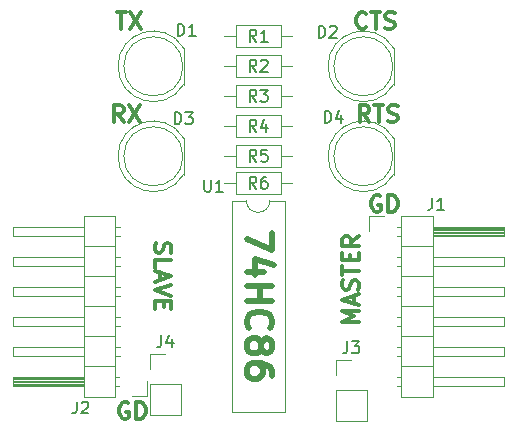
<source format=gbr>
%TF.GenerationSoftware,KiCad,Pcbnew,8.0.4*%
%TF.CreationDate,2024-09-17T13:39:00-04:00*%
%TF.ProjectId,FTDI_Monitor,46544449-5f4d-46f6-9e69-746f722e6b69,2*%
%TF.SameCoordinates,Original*%
%TF.FileFunction,Legend,Top*%
%TF.FilePolarity,Positive*%
%FSLAX46Y46*%
G04 Gerber Fmt 4.6, Leading zero omitted, Abs format (unit mm)*
G04 Created by KiCad (PCBNEW 8.0.4) date 2024-09-17 13:39:00*
%MOMM*%
%LPD*%
G01*
G04 APERTURE LIST*
%ADD10C,0.304800*%
%ADD11C,0.539750*%
%ADD12C,0.150000*%
%ADD13C,0.120000*%
G04 APERTURE END LIST*
D10*
X64791166Y-32634428D02*
X64325500Y-31969190D01*
X63992881Y-32634428D02*
X63992881Y-31237428D01*
X63992881Y-31237428D02*
X64525071Y-31237428D01*
X64525071Y-31237428D02*
X64658119Y-31303952D01*
X64658119Y-31303952D02*
X64724642Y-31370476D01*
X64724642Y-31370476D02*
X64791166Y-31503524D01*
X64791166Y-31503524D02*
X64791166Y-31703095D01*
X64791166Y-31703095D02*
X64724642Y-31836143D01*
X64724642Y-31836143D02*
X64658119Y-31902666D01*
X64658119Y-31902666D02*
X64525071Y-31969190D01*
X64525071Y-31969190D02*
X63992881Y-31969190D01*
X65256833Y-31237428D02*
X66188166Y-32634428D01*
X66188166Y-31237428D02*
X65256833Y-32634428D01*
X85340976Y-24627381D02*
X85274452Y-24693905D01*
X85274452Y-24693905D02*
X85074881Y-24760428D01*
X85074881Y-24760428D02*
X84941833Y-24760428D01*
X84941833Y-24760428D02*
X84742262Y-24693905D01*
X84742262Y-24693905D02*
X84609214Y-24560857D01*
X84609214Y-24560857D02*
X84542691Y-24427809D01*
X84542691Y-24427809D02*
X84476167Y-24161714D01*
X84476167Y-24161714D02*
X84476167Y-23962143D01*
X84476167Y-23962143D02*
X84542691Y-23696047D01*
X84542691Y-23696047D02*
X84609214Y-23563000D01*
X84609214Y-23563000D02*
X84742262Y-23429952D01*
X84742262Y-23429952D02*
X84941833Y-23363428D01*
X84941833Y-23363428D02*
X85074881Y-23363428D01*
X85074881Y-23363428D02*
X85274452Y-23429952D01*
X85274452Y-23429952D02*
X85340976Y-23496476D01*
X85740119Y-23363428D02*
X86538405Y-23363428D01*
X86139262Y-24760428D02*
X86139262Y-23363428D01*
X86937548Y-24693905D02*
X87137119Y-24760428D01*
X87137119Y-24760428D02*
X87469738Y-24760428D01*
X87469738Y-24760428D02*
X87602786Y-24693905D01*
X87602786Y-24693905D02*
X87669310Y-24627381D01*
X87669310Y-24627381D02*
X87735833Y-24494333D01*
X87735833Y-24494333D02*
X87735833Y-24361285D01*
X87735833Y-24361285D02*
X87669310Y-24228238D01*
X87669310Y-24228238D02*
X87602786Y-24161714D01*
X87602786Y-24161714D02*
X87469738Y-24095190D01*
X87469738Y-24095190D02*
X87203643Y-24028666D01*
X87203643Y-24028666D02*
X87070595Y-23962143D01*
X87070595Y-23962143D02*
X87004072Y-23895619D01*
X87004072Y-23895619D02*
X86937548Y-23762571D01*
X86937548Y-23762571D02*
X86937548Y-23629524D01*
X86937548Y-23629524D02*
X87004072Y-23496476D01*
X87004072Y-23496476D02*
X87070595Y-23429952D01*
X87070595Y-23429952D02*
X87203643Y-23363428D01*
X87203643Y-23363428D02*
X87536262Y-23363428D01*
X87536262Y-23363428D02*
X87735833Y-23429952D01*
X86535380Y-38923952D02*
X86402333Y-38857428D01*
X86402333Y-38857428D02*
X86202761Y-38857428D01*
X86202761Y-38857428D02*
X86003190Y-38923952D01*
X86003190Y-38923952D02*
X85870142Y-39057000D01*
X85870142Y-39057000D02*
X85803619Y-39190047D01*
X85803619Y-39190047D02*
X85737095Y-39456143D01*
X85737095Y-39456143D02*
X85737095Y-39655714D01*
X85737095Y-39655714D02*
X85803619Y-39921809D01*
X85803619Y-39921809D02*
X85870142Y-40054857D01*
X85870142Y-40054857D02*
X86003190Y-40187905D01*
X86003190Y-40187905D02*
X86202761Y-40254428D01*
X86202761Y-40254428D02*
X86335809Y-40254428D01*
X86335809Y-40254428D02*
X86535380Y-40187905D01*
X86535380Y-40187905D02*
X86601904Y-40121381D01*
X86601904Y-40121381D02*
X86601904Y-39655714D01*
X86601904Y-39655714D02*
X86335809Y-39655714D01*
X87200619Y-40254428D02*
X87200619Y-38857428D01*
X87200619Y-38857428D02*
X87533238Y-38857428D01*
X87533238Y-38857428D02*
X87732809Y-38923952D01*
X87732809Y-38923952D02*
X87865857Y-39057000D01*
X87865857Y-39057000D02*
X87932380Y-39190047D01*
X87932380Y-39190047D02*
X87998904Y-39456143D01*
X87998904Y-39456143D02*
X87998904Y-39655714D01*
X87998904Y-39655714D02*
X87932380Y-39921809D01*
X87932380Y-39921809D02*
X87865857Y-40054857D01*
X87865857Y-40054857D02*
X87732809Y-40187905D01*
X87732809Y-40187905D02*
X87533238Y-40254428D01*
X87533238Y-40254428D02*
X87200619Y-40254428D01*
X64213619Y-23363428D02*
X65011905Y-23363428D01*
X64612762Y-24760428D02*
X64612762Y-23363428D01*
X65344524Y-23363428D02*
X66275857Y-24760428D01*
X66275857Y-23363428D02*
X65344524Y-24760428D01*
X85594976Y-32634428D02*
X85129310Y-31969190D01*
X84796691Y-32634428D02*
X84796691Y-31237428D01*
X84796691Y-31237428D02*
X85328881Y-31237428D01*
X85328881Y-31237428D02*
X85461929Y-31303952D01*
X85461929Y-31303952D02*
X85528452Y-31370476D01*
X85528452Y-31370476D02*
X85594976Y-31503524D01*
X85594976Y-31503524D02*
X85594976Y-31703095D01*
X85594976Y-31703095D02*
X85528452Y-31836143D01*
X85528452Y-31836143D02*
X85461929Y-31902666D01*
X85461929Y-31902666D02*
X85328881Y-31969190D01*
X85328881Y-31969190D02*
X84796691Y-31969190D01*
X85994119Y-31237428D02*
X86792405Y-31237428D01*
X86393262Y-32634428D02*
X86393262Y-31237428D01*
X87191548Y-32567905D02*
X87391119Y-32634428D01*
X87391119Y-32634428D02*
X87723738Y-32634428D01*
X87723738Y-32634428D02*
X87856786Y-32567905D01*
X87856786Y-32567905D02*
X87923310Y-32501381D01*
X87923310Y-32501381D02*
X87989833Y-32368333D01*
X87989833Y-32368333D02*
X87989833Y-32235285D01*
X87989833Y-32235285D02*
X87923310Y-32102238D01*
X87923310Y-32102238D02*
X87856786Y-32035714D01*
X87856786Y-32035714D02*
X87723738Y-31969190D01*
X87723738Y-31969190D02*
X87457643Y-31902666D01*
X87457643Y-31902666D02*
X87324595Y-31836143D01*
X87324595Y-31836143D02*
X87258072Y-31769619D01*
X87258072Y-31769619D02*
X87191548Y-31636571D01*
X87191548Y-31636571D02*
X87191548Y-31503524D01*
X87191548Y-31503524D02*
X87258072Y-31370476D01*
X87258072Y-31370476D02*
X87324595Y-31303952D01*
X87324595Y-31303952D02*
X87457643Y-31237428D01*
X87457643Y-31237428D02*
X87790262Y-31237428D01*
X87790262Y-31237428D02*
X87989833Y-31303952D01*
D11*
X77388272Y-42033371D02*
X77388272Y-43523504D01*
X77388272Y-43523504D02*
X75229272Y-42565561D01*
X76668605Y-45332952D02*
X75229272Y-45332952D01*
X77491082Y-44800761D02*
X75948939Y-44268571D01*
X75948939Y-44268571D02*
X75948939Y-45652266D01*
X75229272Y-46503771D02*
X77388272Y-46503771D01*
X76360177Y-46503771D02*
X76360177Y-47781028D01*
X75229272Y-47781028D02*
X77388272Y-47781028D01*
X75434891Y-50122666D02*
X75332082Y-50016228D01*
X75332082Y-50016228D02*
X75229272Y-49696914D01*
X75229272Y-49696914D02*
X75229272Y-49484038D01*
X75229272Y-49484038D02*
X75332082Y-49164723D01*
X75332082Y-49164723D02*
X75537701Y-48951847D01*
X75537701Y-48951847D02*
X75743320Y-48845409D01*
X75743320Y-48845409D02*
X76154558Y-48738971D01*
X76154558Y-48738971D02*
X76462986Y-48738971D01*
X76462986Y-48738971D02*
X76874224Y-48845409D01*
X76874224Y-48845409D02*
X77079843Y-48951847D01*
X77079843Y-48951847D02*
X77285462Y-49164723D01*
X77285462Y-49164723D02*
X77388272Y-49484038D01*
X77388272Y-49484038D02*
X77388272Y-49696914D01*
X77388272Y-49696914D02*
X77285462Y-50016228D01*
X77285462Y-50016228D02*
X77182653Y-50122666D01*
X76462986Y-51399923D02*
X76565796Y-51187047D01*
X76565796Y-51187047D02*
X76668605Y-51080609D01*
X76668605Y-51080609D02*
X76874224Y-50974171D01*
X76874224Y-50974171D02*
X76977034Y-50974171D01*
X76977034Y-50974171D02*
X77182653Y-51080609D01*
X77182653Y-51080609D02*
X77285462Y-51187047D01*
X77285462Y-51187047D02*
X77388272Y-51399923D01*
X77388272Y-51399923D02*
X77388272Y-51825676D01*
X77388272Y-51825676D02*
X77285462Y-52038552D01*
X77285462Y-52038552D02*
X77182653Y-52144990D01*
X77182653Y-52144990D02*
X76977034Y-52251428D01*
X76977034Y-52251428D02*
X76874224Y-52251428D01*
X76874224Y-52251428D02*
X76668605Y-52144990D01*
X76668605Y-52144990D02*
X76565796Y-52038552D01*
X76565796Y-52038552D02*
X76462986Y-51825676D01*
X76462986Y-51825676D02*
X76462986Y-51399923D01*
X76462986Y-51399923D02*
X76360177Y-51187047D01*
X76360177Y-51187047D02*
X76257367Y-51080609D01*
X76257367Y-51080609D02*
X76051748Y-50974171D01*
X76051748Y-50974171D02*
X75640510Y-50974171D01*
X75640510Y-50974171D02*
X75434891Y-51080609D01*
X75434891Y-51080609D02*
X75332082Y-51187047D01*
X75332082Y-51187047D02*
X75229272Y-51399923D01*
X75229272Y-51399923D02*
X75229272Y-51825676D01*
X75229272Y-51825676D02*
X75332082Y-52038552D01*
X75332082Y-52038552D02*
X75434891Y-52144990D01*
X75434891Y-52144990D02*
X75640510Y-52251428D01*
X75640510Y-52251428D02*
X76051748Y-52251428D01*
X76051748Y-52251428D02*
X76257367Y-52144990D01*
X76257367Y-52144990D02*
X76360177Y-52038552D01*
X76360177Y-52038552D02*
X76462986Y-51825676D01*
X77388272Y-54167314D02*
X77388272Y-53741561D01*
X77388272Y-53741561D02*
X77285462Y-53528685D01*
X77285462Y-53528685D02*
X77182653Y-53422247D01*
X77182653Y-53422247D02*
X76874224Y-53209371D01*
X76874224Y-53209371D02*
X76462986Y-53102933D01*
X76462986Y-53102933D02*
X75640510Y-53102933D01*
X75640510Y-53102933D02*
X75434891Y-53209371D01*
X75434891Y-53209371D02*
X75332082Y-53315809D01*
X75332082Y-53315809D02*
X75229272Y-53528685D01*
X75229272Y-53528685D02*
X75229272Y-53954438D01*
X75229272Y-53954438D02*
X75332082Y-54167314D01*
X75332082Y-54167314D02*
X75434891Y-54273752D01*
X75434891Y-54273752D02*
X75640510Y-54380190D01*
X75640510Y-54380190D02*
X76154558Y-54380190D01*
X76154558Y-54380190D02*
X76360177Y-54273752D01*
X76360177Y-54273752D02*
X76462986Y-54167314D01*
X76462986Y-54167314D02*
X76565796Y-53954438D01*
X76565796Y-53954438D02*
X76565796Y-53528685D01*
X76565796Y-53528685D02*
X76462986Y-53315809D01*
X76462986Y-53315809D02*
X76360177Y-53209371D01*
X76360177Y-53209371D02*
X76154558Y-53102933D01*
D10*
X84704428Y-49566284D02*
X83307428Y-49566284D01*
X83307428Y-49566284D02*
X84305285Y-49100618D01*
X84305285Y-49100618D02*
X83307428Y-48634951D01*
X83307428Y-48634951D02*
X84704428Y-48634951D01*
X84305285Y-48036237D02*
X84305285Y-47370999D01*
X84704428Y-48169285D02*
X83307428Y-47703618D01*
X83307428Y-47703618D02*
X84704428Y-47237952D01*
X84637905Y-46838808D02*
X84704428Y-46639237D01*
X84704428Y-46639237D02*
X84704428Y-46306618D01*
X84704428Y-46306618D02*
X84637905Y-46173570D01*
X84637905Y-46173570D02*
X84571381Y-46107046D01*
X84571381Y-46107046D02*
X84438333Y-46040523D01*
X84438333Y-46040523D02*
X84305285Y-46040523D01*
X84305285Y-46040523D02*
X84172238Y-46107046D01*
X84172238Y-46107046D02*
X84105714Y-46173570D01*
X84105714Y-46173570D02*
X84039190Y-46306618D01*
X84039190Y-46306618D02*
X83972666Y-46572713D01*
X83972666Y-46572713D02*
X83906143Y-46705761D01*
X83906143Y-46705761D02*
X83839619Y-46772284D01*
X83839619Y-46772284D02*
X83706571Y-46838808D01*
X83706571Y-46838808D02*
X83573524Y-46838808D01*
X83573524Y-46838808D02*
X83440476Y-46772284D01*
X83440476Y-46772284D02*
X83373952Y-46705761D01*
X83373952Y-46705761D02*
X83307428Y-46572713D01*
X83307428Y-46572713D02*
X83307428Y-46240094D01*
X83307428Y-46240094D02*
X83373952Y-46040523D01*
X83307428Y-45641380D02*
X83307428Y-44843094D01*
X84704428Y-45242237D02*
X83307428Y-45242237D01*
X83972666Y-44377427D02*
X83972666Y-43911761D01*
X84704428Y-43712189D02*
X84704428Y-44377427D01*
X84704428Y-44377427D02*
X83307428Y-44377427D01*
X83307428Y-44377427D02*
X83307428Y-43712189D01*
X84704428Y-42315190D02*
X84039190Y-42780856D01*
X84704428Y-43113475D02*
X83307428Y-43113475D01*
X83307428Y-43113475D02*
X83307428Y-42581285D01*
X83307428Y-42581285D02*
X83373952Y-42448237D01*
X83373952Y-42448237D02*
X83440476Y-42381714D01*
X83440476Y-42381714D02*
X83573524Y-42315190D01*
X83573524Y-42315190D02*
X83773095Y-42315190D01*
X83773095Y-42315190D02*
X83906143Y-42381714D01*
X83906143Y-42381714D02*
X83972666Y-42448237D01*
X83972666Y-42448237D02*
X84039190Y-42581285D01*
X84039190Y-42581285D02*
X84039190Y-43113475D01*
X65199380Y-56449952D02*
X65066333Y-56383428D01*
X65066333Y-56383428D02*
X64866761Y-56383428D01*
X64866761Y-56383428D02*
X64667190Y-56449952D01*
X64667190Y-56449952D02*
X64534142Y-56583000D01*
X64534142Y-56583000D02*
X64467619Y-56716047D01*
X64467619Y-56716047D02*
X64401095Y-56982143D01*
X64401095Y-56982143D02*
X64401095Y-57181714D01*
X64401095Y-57181714D02*
X64467619Y-57447809D01*
X64467619Y-57447809D02*
X64534142Y-57580857D01*
X64534142Y-57580857D02*
X64667190Y-57713905D01*
X64667190Y-57713905D02*
X64866761Y-57780428D01*
X64866761Y-57780428D02*
X64999809Y-57780428D01*
X64999809Y-57780428D02*
X65199380Y-57713905D01*
X65199380Y-57713905D02*
X65265904Y-57647381D01*
X65265904Y-57647381D02*
X65265904Y-57181714D01*
X65265904Y-57181714D02*
X64999809Y-57181714D01*
X65864619Y-57780428D02*
X65864619Y-56383428D01*
X65864619Y-56383428D02*
X66197238Y-56383428D01*
X66197238Y-56383428D02*
X66396809Y-56449952D01*
X66396809Y-56449952D02*
X66529857Y-56583000D01*
X66529857Y-56583000D02*
X66596380Y-56716047D01*
X66596380Y-56716047D02*
X66662904Y-56982143D01*
X66662904Y-56982143D02*
X66662904Y-57181714D01*
X66662904Y-57181714D02*
X66596380Y-57447809D01*
X66596380Y-57447809D02*
X66529857Y-57580857D01*
X66529857Y-57580857D02*
X66396809Y-57713905D01*
X66396809Y-57713905D02*
X66197238Y-57780428D01*
X66197238Y-57780428D02*
X65864619Y-57780428D01*
X67508095Y-42926000D02*
X67441571Y-43125571D01*
X67441571Y-43125571D02*
X67441571Y-43458190D01*
X67441571Y-43458190D02*
X67508095Y-43591238D01*
X67508095Y-43591238D02*
X67574618Y-43657762D01*
X67574618Y-43657762D02*
X67707666Y-43724285D01*
X67707666Y-43724285D02*
X67840714Y-43724285D01*
X67840714Y-43724285D02*
X67973761Y-43657762D01*
X67973761Y-43657762D02*
X68040285Y-43591238D01*
X68040285Y-43591238D02*
X68106809Y-43458190D01*
X68106809Y-43458190D02*
X68173333Y-43192095D01*
X68173333Y-43192095D02*
X68239856Y-43059047D01*
X68239856Y-43059047D02*
X68306380Y-42992524D01*
X68306380Y-42992524D02*
X68439428Y-42926000D01*
X68439428Y-42926000D02*
X68572475Y-42926000D01*
X68572475Y-42926000D02*
X68705523Y-42992524D01*
X68705523Y-42992524D02*
X68772047Y-43059047D01*
X68772047Y-43059047D02*
X68838571Y-43192095D01*
X68838571Y-43192095D02*
X68838571Y-43524714D01*
X68838571Y-43524714D02*
X68772047Y-43724285D01*
X67441571Y-44988238D02*
X67441571Y-44323000D01*
X67441571Y-44323000D02*
X68838571Y-44323000D01*
X67840714Y-45387381D02*
X67840714Y-46052619D01*
X67441571Y-45254333D02*
X68838571Y-45720000D01*
X68838571Y-45720000D02*
X67441571Y-46185666D01*
X68838571Y-46451762D02*
X67441571Y-46917429D01*
X67441571Y-46917429D02*
X68838571Y-47383095D01*
X68173333Y-47848763D02*
X68173333Y-48314429D01*
X67441571Y-48514001D02*
X67441571Y-47848763D01*
X67441571Y-47848763D02*
X68838571Y-47848763D01*
X68838571Y-47848763D02*
X68838571Y-48514001D01*
D12*
X83740666Y-51226819D02*
X83740666Y-51941104D01*
X83740666Y-51941104D02*
X83693047Y-52083961D01*
X83693047Y-52083961D02*
X83597809Y-52179200D01*
X83597809Y-52179200D02*
X83454952Y-52226819D01*
X83454952Y-52226819D02*
X83359714Y-52226819D01*
X84121619Y-51226819D02*
X84740666Y-51226819D01*
X84740666Y-51226819D02*
X84407333Y-51607771D01*
X84407333Y-51607771D02*
X84550190Y-51607771D01*
X84550190Y-51607771D02*
X84645428Y-51655390D01*
X84645428Y-51655390D02*
X84693047Y-51703009D01*
X84693047Y-51703009D02*
X84740666Y-51798247D01*
X84740666Y-51798247D02*
X84740666Y-52036342D01*
X84740666Y-52036342D02*
X84693047Y-52131580D01*
X84693047Y-52131580D02*
X84645428Y-52179200D01*
X84645428Y-52179200D02*
X84550190Y-52226819D01*
X84550190Y-52226819D02*
X84264476Y-52226819D01*
X84264476Y-52226819D02*
X84169238Y-52179200D01*
X84169238Y-52179200D02*
X84121619Y-52131580D01*
X81811905Y-32712819D02*
X81811905Y-31712819D01*
X81811905Y-31712819D02*
X82050000Y-31712819D01*
X82050000Y-31712819D02*
X82192857Y-31760438D01*
X82192857Y-31760438D02*
X82288095Y-31855676D01*
X82288095Y-31855676D02*
X82335714Y-31950914D01*
X82335714Y-31950914D02*
X82383333Y-32141390D01*
X82383333Y-32141390D02*
X82383333Y-32284247D01*
X82383333Y-32284247D02*
X82335714Y-32474723D01*
X82335714Y-32474723D02*
X82288095Y-32569961D01*
X82288095Y-32569961D02*
X82192857Y-32665200D01*
X82192857Y-32665200D02*
X82050000Y-32712819D01*
X82050000Y-32712819D02*
X81811905Y-32712819D01*
X83240476Y-32046152D02*
X83240476Y-32712819D01*
X83002381Y-31665200D02*
X82764286Y-32379485D01*
X82764286Y-32379485D02*
X83383333Y-32379485D01*
X67992666Y-50713819D02*
X67992666Y-51428104D01*
X67992666Y-51428104D02*
X67945047Y-51570961D01*
X67945047Y-51570961D02*
X67849809Y-51666200D01*
X67849809Y-51666200D02*
X67706952Y-51713819D01*
X67706952Y-51713819D02*
X67611714Y-51713819D01*
X68897428Y-51047152D02*
X68897428Y-51713819D01*
X68659333Y-50666200D02*
X68421238Y-51380485D01*
X68421238Y-51380485D02*
X69040285Y-51380485D01*
X81303905Y-25514386D02*
X81303905Y-24514386D01*
X81303905Y-24514386D02*
X81542000Y-24514386D01*
X81542000Y-24514386D02*
X81684857Y-24562005D01*
X81684857Y-24562005D02*
X81780095Y-24657243D01*
X81780095Y-24657243D02*
X81827714Y-24752481D01*
X81827714Y-24752481D02*
X81875333Y-24942957D01*
X81875333Y-24942957D02*
X81875333Y-25085814D01*
X81875333Y-25085814D02*
X81827714Y-25276290D01*
X81827714Y-25276290D02*
X81780095Y-25371528D01*
X81780095Y-25371528D02*
X81684857Y-25466767D01*
X81684857Y-25466767D02*
X81542000Y-25514386D01*
X81542000Y-25514386D02*
X81303905Y-25514386D01*
X82256286Y-24609624D02*
X82303905Y-24562005D01*
X82303905Y-24562005D02*
X82399143Y-24514386D01*
X82399143Y-24514386D02*
X82637238Y-24514386D01*
X82637238Y-24514386D02*
X82732476Y-24562005D01*
X82732476Y-24562005D02*
X82780095Y-24609624D01*
X82780095Y-24609624D02*
X82827714Y-24704862D01*
X82827714Y-24704862D02*
X82827714Y-24800100D01*
X82827714Y-24800100D02*
X82780095Y-24942957D01*
X82780095Y-24942957D02*
X82208667Y-25514386D01*
X82208667Y-25514386D02*
X82827714Y-25514386D01*
X69111905Y-32839819D02*
X69111905Y-31839819D01*
X69111905Y-31839819D02*
X69350000Y-31839819D01*
X69350000Y-31839819D02*
X69492857Y-31887438D01*
X69492857Y-31887438D02*
X69588095Y-31982676D01*
X69588095Y-31982676D02*
X69635714Y-32077914D01*
X69635714Y-32077914D02*
X69683333Y-32268390D01*
X69683333Y-32268390D02*
X69683333Y-32411247D01*
X69683333Y-32411247D02*
X69635714Y-32601723D01*
X69635714Y-32601723D02*
X69588095Y-32696961D01*
X69588095Y-32696961D02*
X69492857Y-32792200D01*
X69492857Y-32792200D02*
X69350000Y-32839819D01*
X69350000Y-32839819D02*
X69111905Y-32839819D01*
X70016667Y-31839819D02*
X70635714Y-31839819D01*
X70635714Y-31839819D02*
X70302381Y-32220771D01*
X70302381Y-32220771D02*
X70445238Y-32220771D01*
X70445238Y-32220771D02*
X70540476Y-32268390D01*
X70540476Y-32268390D02*
X70588095Y-32316009D01*
X70588095Y-32316009D02*
X70635714Y-32411247D01*
X70635714Y-32411247D02*
X70635714Y-32649342D01*
X70635714Y-32649342D02*
X70588095Y-32744580D01*
X70588095Y-32744580D02*
X70540476Y-32792200D01*
X70540476Y-32792200D02*
X70445238Y-32839819D01*
X70445238Y-32839819D02*
X70159524Y-32839819D01*
X70159524Y-32839819D02*
X70064286Y-32792200D01*
X70064286Y-32792200D02*
X70016667Y-32744580D01*
X90919666Y-39094819D02*
X90919666Y-39809104D01*
X90919666Y-39809104D02*
X90872047Y-39951961D01*
X90872047Y-39951961D02*
X90776809Y-40047200D01*
X90776809Y-40047200D02*
X90633952Y-40094819D01*
X90633952Y-40094819D02*
X90538714Y-40094819D01*
X91919666Y-40094819D02*
X91348238Y-40094819D01*
X91633952Y-40094819D02*
X91633952Y-39094819D01*
X91633952Y-39094819D02*
X91538714Y-39237676D01*
X91538714Y-39237676D02*
X91443476Y-39332914D01*
X91443476Y-39332914D02*
X91348238Y-39380533D01*
X76033333Y-28394819D02*
X75700000Y-27918628D01*
X75461905Y-28394819D02*
X75461905Y-27394819D01*
X75461905Y-27394819D02*
X75842857Y-27394819D01*
X75842857Y-27394819D02*
X75938095Y-27442438D01*
X75938095Y-27442438D02*
X75985714Y-27490057D01*
X75985714Y-27490057D02*
X76033333Y-27585295D01*
X76033333Y-27585295D02*
X76033333Y-27728152D01*
X76033333Y-27728152D02*
X75985714Y-27823390D01*
X75985714Y-27823390D02*
X75938095Y-27871009D01*
X75938095Y-27871009D02*
X75842857Y-27918628D01*
X75842857Y-27918628D02*
X75461905Y-27918628D01*
X76414286Y-27490057D02*
X76461905Y-27442438D01*
X76461905Y-27442438D02*
X76557143Y-27394819D01*
X76557143Y-27394819D02*
X76795238Y-27394819D01*
X76795238Y-27394819D02*
X76890476Y-27442438D01*
X76890476Y-27442438D02*
X76938095Y-27490057D01*
X76938095Y-27490057D02*
X76985714Y-27585295D01*
X76985714Y-27585295D02*
X76985714Y-27680533D01*
X76985714Y-27680533D02*
X76938095Y-27823390D01*
X76938095Y-27823390D02*
X76366667Y-28394819D01*
X76366667Y-28394819D02*
X76985714Y-28394819D01*
X76033333Y-25854819D02*
X75700000Y-25378628D01*
X75461905Y-25854819D02*
X75461905Y-24854819D01*
X75461905Y-24854819D02*
X75842857Y-24854819D01*
X75842857Y-24854819D02*
X75938095Y-24902438D01*
X75938095Y-24902438D02*
X75985714Y-24950057D01*
X75985714Y-24950057D02*
X76033333Y-25045295D01*
X76033333Y-25045295D02*
X76033333Y-25188152D01*
X76033333Y-25188152D02*
X75985714Y-25283390D01*
X75985714Y-25283390D02*
X75938095Y-25331009D01*
X75938095Y-25331009D02*
X75842857Y-25378628D01*
X75842857Y-25378628D02*
X75461905Y-25378628D01*
X76985714Y-25854819D02*
X76414286Y-25854819D01*
X76700000Y-25854819D02*
X76700000Y-24854819D01*
X76700000Y-24854819D02*
X76604762Y-24997676D01*
X76604762Y-24997676D02*
X76509524Y-25092914D01*
X76509524Y-25092914D02*
X76414286Y-25140533D01*
X76033333Y-33474819D02*
X75700000Y-32998628D01*
X75461905Y-33474819D02*
X75461905Y-32474819D01*
X75461905Y-32474819D02*
X75842857Y-32474819D01*
X75842857Y-32474819D02*
X75938095Y-32522438D01*
X75938095Y-32522438D02*
X75985714Y-32570057D01*
X75985714Y-32570057D02*
X76033333Y-32665295D01*
X76033333Y-32665295D02*
X76033333Y-32808152D01*
X76033333Y-32808152D02*
X75985714Y-32903390D01*
X75985714Y-32903390D02*
X75938095Y-32951009D01*
X75938095Y-32951009D02*
X75842857Y-32998628D01*
X75842857Y-32998628D02*
X75461905Y-32998628D01*
X76890476Y-32808152D02*
X76890476Y-33474819D01*
X76652381Y-32427200D02*
X76414286Y-33141485D01*
X76414286Y-33141485D02*
X77033333Y-33141485D01*
X69365905Y-25346819D02*
X69365905Y-24346819D01*
X69365905Y-24346819D02*
X69604000Y-24346819D01*
X69604000Y-24346819D02*
X69746857Y-24394438D01*
X69746857Y-24394438D02*
X69842095Y-24489676D01*
X69842095Y-24489676D02*
X69889714Y-24584914D01*
X69889714Y-24584914D02*
X69937333Y-24775390D01*
X69937333Y-24775390D02*
X69937333Y-24918247D01*
X69937333Y-24918247D02*
X69889714Y-25108723D01*
X69889714Y-25108723D02*
X69842095Y-25203961D01*
X69842095Y-25203961D02*
X69746857Y-25299200D01*
X69746857Y-25299200D02*
X69604000Y-25346819D01*
X69604000Y-25346819D02*
X69365905Y-25346819D01*
X70889714Y-25346819D02*
X70318286Y-25346819D01*
X70604000Y-25346819D02*
X70604000Y-24346819D01*
X70604000Y-24346819D02*
X70508762Y-24489676D01*
X70508762Y-24489676D02*
X70413524Y-24584914D01*
X70413524Y-24584914D02*
X70318286Y-24632533D01*
X76033333Y-36014819D02*
X75700000Y-35538628D01*
X75461905Y-36014819D02*
X75461905Y-35014819D01*
X75461905Y-35014819D02*
X75842857Y-35014819D01*
X75842857Y-35014819D02*
X75938095Y-35062438D01*
X75938095Y-35062438D02*
X75985714Y-35110057D01*
X75985714Y-35110057D02*
X76033333Y-35205295D01*
X76033333Y-35205295D02*
X76033333Y-35348152D01*
X76033333Y-35348152D02*
X75985714Y-35443390D01*
X75985714Y-35443390D02*
X75938095Y-35491009D01*
X75938095Y-35491009D02*
X75842857Y-35538628D01*
X75842857Y-35538628D02*
X75461905Y-35538628D01*
X76938095Y-35014819D02*
X76461905Y-35014819D01*
X76461905Y-35014819D02*
X76414286Y-35491009D01*
X76414286Y-35491009D02*
X76461905Y-35443390D01*
X76461905Y-35443390D02*
X76557143Y-35395771D01*
X76557143Y-35395771D02*
X76795238Y-35395771D01*
X76795238Y-35395771D02*
X76890476Y-35443390D01*
X76890476Y-35443390D02*
X76938095Y-35491009D01*
X76938095Y-35491009D02*
X76985714Y-35586247D01*
X76985714Y-35586247D02*
X76985714Y-35824342D01*
X76985714Y-35824342D02*
X76938095Y-35919580D01*
X76938095Y-35919580D02*
X76890476Y-35967200D01*
X76890476Y-35967200D02*
X76795238Y-36014819D01*
X76795238Y-36014819D02*
X76557143Y-36014819D01*
X76557143Y-36014819D02*
X76461905Y-35967200D01*
X76461905Y-35967200D02*
X76414286Y-35919580D01*
X76033333Y-30934819D02*
X75700000Y-30458628D01*
X75461905Y-30934819D02*
X75461905Y-29934819D01*
X75461905Y-29934819D02*
X75842857Y-29934819D01*
X75842857Y-29934819D02*
X75938095Y-29982438D01*
X75938095Y-29982438D02*
X75985714Y-30030057D01*
X75985714Y-30030057D02*
X76033333Y-30125295D01*
X76033333Y-30125295D02*
X76033333Y-30268152D01*
X76033333Y-30268152D02*
X75985714Y-30363390D01*
X75985714Y-30363390D02*
X75938095Y-30411009D01*
X75938095Y-30411009D02*
X75842857Y-30458628D01*
X75842857Y-30458628D02*
X75461905Y-30458628D01*
X76366667Y-29934819D02*
X76985714Y-29934819D01*
X76985714Y-29934819D02*
X76652381Y-30315771D01*
X76652381Y-30315771D02*
X76795238Y-30315771D01*
X76795238Y-30315771D02*
X76890476Y-30363390D01*
X76890476Y-30363390D02*
X76938095Y-30411009D01*
X76938095Y-30411009D02*
X76985714Y-30506247D01*
X76985714Y-30506247D02*
X76985714Y-30744342D01*
X76985714Y-30744342D02*
X76938095Y-30839580D01*
X76938095Y-30839580D02*
X76890476Y-30887200D01*
X76890476Y-30887200D02*
X76795238Y-30934819D01*
X76795238Y-30934819D02*
X76509524Y-30934819D01*
X76509524Y-30934819D02*
X76414286Y-30887200D01*
X76414286Y-30887200D02*
X76366667Y-30839580D01*
X71628095Y-37554819D02*
X71628095Y-38364342D01*
X71628095Y-38364342D02*
X71675714Y-38459580D01*
X71675714Y-38459580D02*
X71723333Y-38507200D01*
X71723333Y-38507200D02*
X71818571Y-38554819D01*
X71818571Y-38554819D02*
X72009047Y-38554819D01*
X72009047Y-38554819D02*
X72104285Y-38507200D01*
X72104285Y-38507200D02*
X72151904Y-38459580D01*
X72151904Y-38459580D02*
X72199523Y-38364342D01*
X72199523Y-38364342D02*
X72199523Y-37554819D01*
X73199523Y-38554819D02*
X72628095Y-38554819D01*
X72913809Y-38554819D02*
X72913809Y-37554819D01*
X72913809Y-37554819D02*
X72818571Y-37697676D01*
X72818571Y-37697676D02*
X72723333Y-37792914D01*
X72723333Y-37792914D02*
X72628095Y-37840533D01*
X76033333Y-38300819D02*
X75700000Y-37824628D01*
X75461905Y-38300819D02*
X75461905Y-37300819D01*
X75461905Y-37300819D02*
X75842857Y-37300819D01*
X75842857Y-37300819D02*
X75938095Y-37348438D01*
X75938095Y-37348438D02*
X75985714Y-37396057D01*
X75985714Y-37396057D02*
X76033333Y-37491295D01*
X76033333Y-37491295D02*
X76033333Y-37634152D01*
X76033333Y-37634152D02*
X75985714Y-37729390D01*
X75985714Y-37729390D02*
X75938095Y-37777009D01*
X75938095Y-37777009D02*
X75842857Y-37824628D01*
X75842857Y-37824628D02*
X75461905Y-37824628D01*
X76890476Y-37300819D02*
X76700000Y-37300819D01*
X76700000Y-37300819D02*
X76604762Y-37348438D01*
X76604762Y-37348438D02*
X76557143Y-37396057D01*
X76557143Y-37396057D02*
X76461905Y-37538914D01*
X76461905Y-37538914D02*
X76414286Y-37729390D01*
X76414286Y-37729390D02*
X76414286Y-38110342D01*
X76414286Y-38110342D02*
X76461905Y-38205580D01*
X76461905Y-38205580D02*
X76509524Y-38253200D01*
X76509524Y-38253200D02*
X76604762Y-38300819D01*
X76604762Y-38300819D02*
X76795238Y-38300819D01*
X76795238Y-38300819D02*
X76890476Y-38253200D01*
X76890476Y-38253200D02*
X76938095Y-38205580D01*
X76938095Y-38205580D02*
X76985714Y-38110342D01*
X76985714Y-38110342D02*
X76985714Y-37872247D01*
X76985714Y-37872247D02*
X76938095Y-37777009D01*
X76938095Y-37777009D02*
X76890476Y-37729390D01*
X76890476Y-37729390D02*
X76795238Y-37681771D01*
X76795238Y-37681771D02*
X76604762Y-37681771D01*
X76604762Y-37681771D02*
X76509524Y-37729390D01*
X76509524Y-37729390D02*
X76461905Y-37777009D01*
X76461905Y-37777009D02*
X76414286Y-37872247D01*
X60813666Y-56334819D02*
X60813666Y-57049104D01*
X60813666Y-57049104D02*
X60766047Y-57191961D01*
X60766047Y-57191961D02*
X60670809Y-57287200D01*
X60670809Y-57287200D02*
X60527952Y-57334819D01*
X60527952Y-57334819D02*
X60432714Y-57334819D01*
X61242238Y-56430057D02*
X61289857Y-56382438D01*
X61289857Y-56382438D02*
X61385095Y-56334819D01*
X61385095Y-56334819D02*
X61623190Y-56334819D01*
X61623190Y-56334819D02*
X61718428Y-56382438D01*
X61718428Y-56382438D02*
X61766047Y-56430057D01*
X61766047Y-56430057D02*
X61813666Y-56525295D01*
X61813666Y-56525295D02*
X61813666Y-56620533D01*
X61813666Y-56620533D02*
X61766047Y-56763390D01*
X61766047Y-56763390D02*
X61194619Y-57334819D01*
X61194619Y-57334819D02*
X61813666Y-57334819D01*
D13*
%TO.C,J3*%
X82744000Y-52772000D02*
X84074000Y-52772000D01*
X82744000Y-54102000D02*
X82744000Y-52772000D01*
X82744000Y-55372000D02*
X82744000Y-57972000D01*
X82744000Y-55372000D02*
X85404000Y-55372000D01*
X82744000Y-57972000D02*
X85404000Y-57972000D01*
X85404000Y-55372000D02*
X85404000Y-57972000D01*
%TO.C,D4*%
X87650000Y-37105000D02*
X87650000Y-34015000D01*
X82100000Y-35560462D02*
G75*
G02*
X87650000Y-34015170I2990000J462D01*
G01*
X87650000Y-37104830D02*
G75*
G02*
X82100000Y-35559538I-2560000J1544830D01*
G01*
X87590000Y-35560000D02*
G75*
G02*
X82590000Y-35560000I-2500000J0D01*
G01*
X82590000Y-35560000D02*
G75*
G02*
X87590000Y-35560000I2500000J0D01*
G01*
%TO.C,J4*%
X66996000Y-52259000D02*
X68326000Y-52259000D01*
X66996000Y-53589000D02*
X66996000Y-52259000D01*
X66996000Y-54859000D02*
X66996000Y-57459000D01*
X66996000Y-54859000D02*
X69656000Y-54859000D01*
X66996000Y-57459000D02*
X69656000Y-57459000D01*
X69656000Y-54859000D02*
X69656000Y-57459000D01*
%TO.C,D2*%
X87650000Y-29485000D02*
X87650000Y-26395000D01*
X82100000Y-27940462D02*
G75*
G02*
X87650000Y-26395170I2990000J462D01*
G01*
X87650000Y-29484830D02*
G75*
G02*
X82100000Y-27939538I-2560000J1544830D01*
G01*
X87590000Y-27940000D02*
G75*
G02*
X82590000Y-27940000I-2500000J0D01*
G01*
X82590000Y-27940000D02*
G75*
G02*
X87590000Y-27940000I2500000J0D01*
G01*
%TO.C,D3*%
X69870000Y-37105000D02*
X69870000Y-34015000D01*
X64320000Y-35560462D02*
G75*
G02*
X69870000Y-34015170I2990000J462D01*
G01*
X69870000Y-37104830D02*
G75*
G02*
X64320000Y-35559538I-2560000J1544830D01*
G01*
X69810000Y-35560000D02*
G75*
G02*
X64810000Y-35560000I-2500000J0D01*
G01*
X64810000Y-35560000D02*
G75*
G02*
X69810000Y-35560000I2500000J0D01*
G01*
%TO.C,J1*%
X85598000Y-40640000D02*
X86868000Y-40640000D01*
X85598000Y-41910000D02*
X85598000Y-40640000D01*
X87910929Y-44070000D02*
X88308000Y-44070000D01*
X87910929Y-44830000D02*
X88308000Y-44830000D01*
X87910929Y-46610000D02*
X88308000Y-46610000D01*
X87910929Y-47370000D02*
X88308000Y-47370000D01*
X87910929Y-49150000D02*
X88308000Y-49150000D01*
X87910929Y-49910000D02*
X88308000Y-49910000D01*
X87910929Y-51690000D02*
X88308000Y-51690000D01*
X87910929Y-52450000D02*
X88308000Y-52450000D01*
X87910929Y-54230000D02*
X88308000Y-54230000D01*
X87910929Y-54990000D02*
X88308000Y-54990000D01*
X87978000Y-41530000D02*
X88308000Y-41530000D01*
X87978000Y-42290000D02*
X88308000Y-42290000D01*
X88308000Y-40580000D02*
X88308000Y-55940000D01*
X88308000Y-43180000D02*
X90968000Y-43180000D01*
X88308000Y-45720000D02*
X90968000Y-45720000D01*
X88308000Y-48260000D02*
X90968000Y-48260000D01*
X88308000Y-50800000D02*
X90968000Y-50800000D01*
X88308000Y-53340000D02*
X90968000Y-53340000D01*
X88308000Y-55940000D02*
X90968000Y-55940000D01*
X90968000Y-40580000D02*
X88308000Y-40580000D01*
X90968000Y-41530000D02*
X96968000Y-41530000D01*
X90968000Y-41590000D02*
X96968000Y-41590000D01*
X90968000Y-41710000D02*
X96968000Y-41710000D01*
X90968000Y-41830000D02*
X96968000Y-41830000D01*
X90968000Y-41950000D02*
X96968000Y-41950000D01*
X90968000Y-42070000D02*
X96968000Y-42070000D01*
X90968000Y-42190000D02*
X96968000Y-42190000D01*
X90968000Y-44070000D02*
X96968000Y-44070000D01*
X90968000Y-46610000D02*
X96968000Y-46610000D01*
X90968000Y-49150000D02*
X96968000Y-49150000D01*
X90968000Y-51690000D02*
X96968000Y-51690000D01*
X90968000Y-54230000D02*
X96968000Y-54230000D01*
X90968000Y-55940000D02*
X90968000Y-40580000D01*
X96968000Y-41530000D02*
X96968000Y-42290000D01*
X96968000Y-42290000D02*
X90968000Y-42290000D01*
X96968000Y-44070000D02*
X96968000Y-44830000D01*
X96968000Y-44830000D02*
X90968000Y-44830000D01*
X96968000Y-46610000D02*
X96968000Y-47370000D01*
X96968000Y-47370000D02*
X90968000Y-47370000D01*
X96968000Y-49150000D02*
X96968000Y-49910000D01*
X96968000Y-49910000D02*
X90968000Y-49910000D01*
X96968000Y-51690000D02*
X96968000Y-52450000D01*
X96968000Y-52450000D02*
X90968000Y-52450000D01*
X96968000Y-54230000D02*
X96968000Y-54990000D01*
X96968000Y-54990000D02*
X90968000Y-54990000D01*
%TO.C,R2*%
X73330000Y-27940000D02*
X74280000Y-27940000D01*
X74280000Y-27020000D02*
X74280000Y-28860000D01*
X74280000Y-28860000D02*
X78120000Y-28860000D01*
X78120000Y-27020000D02*
X74280000Y-27020000D01*
X78120000Y-28860000D02*
X78120000Y-27020000D01*
X79070000Y-27940000D02*
X78120000Y-27940000D01*
%TO.C,R1*%
X73330000Y-25400000D02*
X74280000Y-25400000D01*
X74280000Y-24480000D02*
X74280000Y-26320000D01*
X74280000Y-26320000D02*
X78120000Y-26320000D01*
X78120000Y-24480000D02*
X74280000Y-24480000D01*
X78120000Y-26320000D02*
X78120000Y-24480000D01*
X79070000Y-25400000D02*
X78120000Y-25400000D01*
%TO.C,R4*%
X73330000Y-33020000D02*
X74280000Y-33020000D01*
X74280000Y-32100000D02*
X74280000Y-33940000D01*
X74280000Y-33940000D02*
X78120000Y-33940000D01*
X78120000Y-32100000D02*
X74280000Y-32100000D01*
X78120000Y-33940000D02*
X78120000Y-32100000D01*
X79070000Y-33020000D02*
X78120000Y-33020000D01*
%TO.C,D1*%
X69870000Y-29485000D02*
X69870000Y-26395000D01*
X64320000Y-27940462D02*
G75*
G02*
X69870000Y-26395170I2990000J462D01*
G01*
X69870000Y-29484830D02*
G75*
G02*
X64320000Y-27939538I-2560000J1544830D01*
G01*
X69810000Y-27940000D02*
G75*
G02*
X64810000Y-27940000I-2500000J0D01*
G01*
X64810000Y-27940000D02*
G75*
G02*
X69810000Y-27940000I2500000J0D01*
G01*
%TO.C,R5*%
X73330000Y-35560000D02*
X74280000Y-35560000D01*
X74280000Y-34640000D02*
X74280000Y-36480000D01*
X74280000Y-36480000D02*
X78120000Y-36480000D01*
X78120000Y-34640000D02*
X74280000Y-34640000D01*
X78120000Y-36480000D02*
X78120000Y-34640000D01*
X79070000Y-35560000D02*
X78120000Y-35560000D01*
%TO.C,R3*%
X73330000Y-30480000D02*
X74280000Y-30480000D01*
X74280000Y-29560000D02*
X74280000Y-31400000D01*
X74280000Y-31400000D02*
X78120000Y-31400000D01*
X78120000Y-29560000D02*
X74280000Y-29560000D01*
X78120000Y-31400000D02*
X78120000Y-29560000D01*
X79070000Y-30480000D02*
X78120000Y-30480000D01*
%TO.C,U1*%
X73935000Y-39305000D02*
X73935000Y-57205000D01*
X73935000Y-57205000D02*
X78435000Y-57205000D01*
X75185000Y-39305000D02*
X73935000Y-39305000D01*
X78435000Y-39305000D02*
X77185000Y-39305000D01*
X78435000Y-57205000D02*
X78435000Y-39305000D01*
X77185000Y-39305000D02*
G75*
G02*
X75185000Y-39305000I-1000000J0D01*
G01*
%TO.C,R6*%
X73330000Y-37846000D02*
X74280000Y-37846000D01*
X74280000Y-36926000D02*
X74280000Y-38766000D01*
X74280000Y-38766000D02*
X78120000Y-38766000D01*
X78120000Y-36926000D02*
X74280000Y-36926000D01*
X78120000Y-38766000D02*
X78120000Y-36926000D01*
X79070000Y-37846000D02*
X78120000Y-37846000D01*
%TO.C,J2*%
X55432000Y-41530000D02*
X61432000Y-41530000D01*
X55432000Y-42290000D02*
X55432000Y-41530000D01*
X55432000Y-44070000D02*
X61432000Y-44070000D01*
X55432000Y-44830000D02*
X55432000Y-44070000D01*
X55432000Y-46610000D02*
X61432000Y-46610000D01*
X55432000Y-47370000D02*
X55432000Y-46610000D01*
X55432000Y-49150000D02*
X61432000Y-49150000D01*
X55432000Y-49910000D02*
X55432000Y-49150000D01*
X55432000Y-51690000D02*
X61432000Y-51690000D01*
X55432000Y-52450000D02*
X55432000Y-51690000D01*
X55432000Y-54230000D02*
X61432000Y-54230000D01*
X55432000Y-54990000D02*
X55432000Y-54230000D01*
X61432000Y-40580000D02*
X61432000Y-55940000D01*
X61432000Y-42290000D02*
X55432000Y-42290000D01*
X61432000Y-44830000D02*
X55432000Y-44830000D01*
X61432000Y-47370000D02*
X55432000Y-47370000D01*
X61432000Y-49910000D02*
X55432000Y-49910000D01*
X61432000Y-52450000D02*
X55432000Y-52450000D01*
X61432000Y-54330000D02*
X55432000Y-54330000D01*
X61432000Y-54450000D02*
X55432000Y-54450000D01*
X61432000Y-54570000D02*
X55432000Y-54570000D01*
X61432000Y-54690000D02*
X55432000Y-54690000D01*
X61432000Y-54810000D02*
X55432000Y-54810000D01*
X61432000Y-54930000D02*
X55432000Y-54930000D01*
X61432000Y-54990000D02*
X55432000Y-54990000D01*
X61432000Y-55940000D02*
X64092000Y-55940000D01*
X64092000Y-40580000D02*
X61432000Y-40580000D01*
X64092000Y-43180000D02*
X61432000Y-43180000D01*
X64092000Y-45720000D02*
X61432000Y-45720000D01*
X64092000Y-48260000D02*
X61432000Y-48260000D01*
X64092000Y-50800000D02*
X61432000Y-50800000D01*
X64092000Y-53340000D02*
X61432000Y-53340000D01*
X64092000Y-55940000D02*
X64092000Y-40580000D01*
X64422000Y-54230000D02*
X64092000Y-54230000D01*
X64422000Y-54990000D02*
X64092000Y-54990000D01*
X64489071Y-41530000D02*
X64092000Y-41530000D01*
X64489071Y-42290000D02*
X64092000Y-42290000D01*
X64489071Y-44070000D02*
X64092000Y-44070000D01*
X64489071Y-44830000D02*
X64092000Y-44830000D01*
X64489071Y-46610000D02*
X64092000Y-46610000D01*
X64489071Y-47370000D02*
X64092000Y-47370000D01*
X64489071Y-49150000D02*
X64092000Y-49150000D01*
X64489071Y-49910000D02*
X64092000Y-49910000D01*
X64489071Y-51690000D02*
X64092000Y-51690000D01*
X64489071Y-52450000D02*
X64092000Y-52450000D01*
X66802000Y-54610000D02*
X66802000Y-55880000D01*
X66802000Y-55880000D02*
X65532000Y-55880000D01*
%TD*%
M02*

</source>
